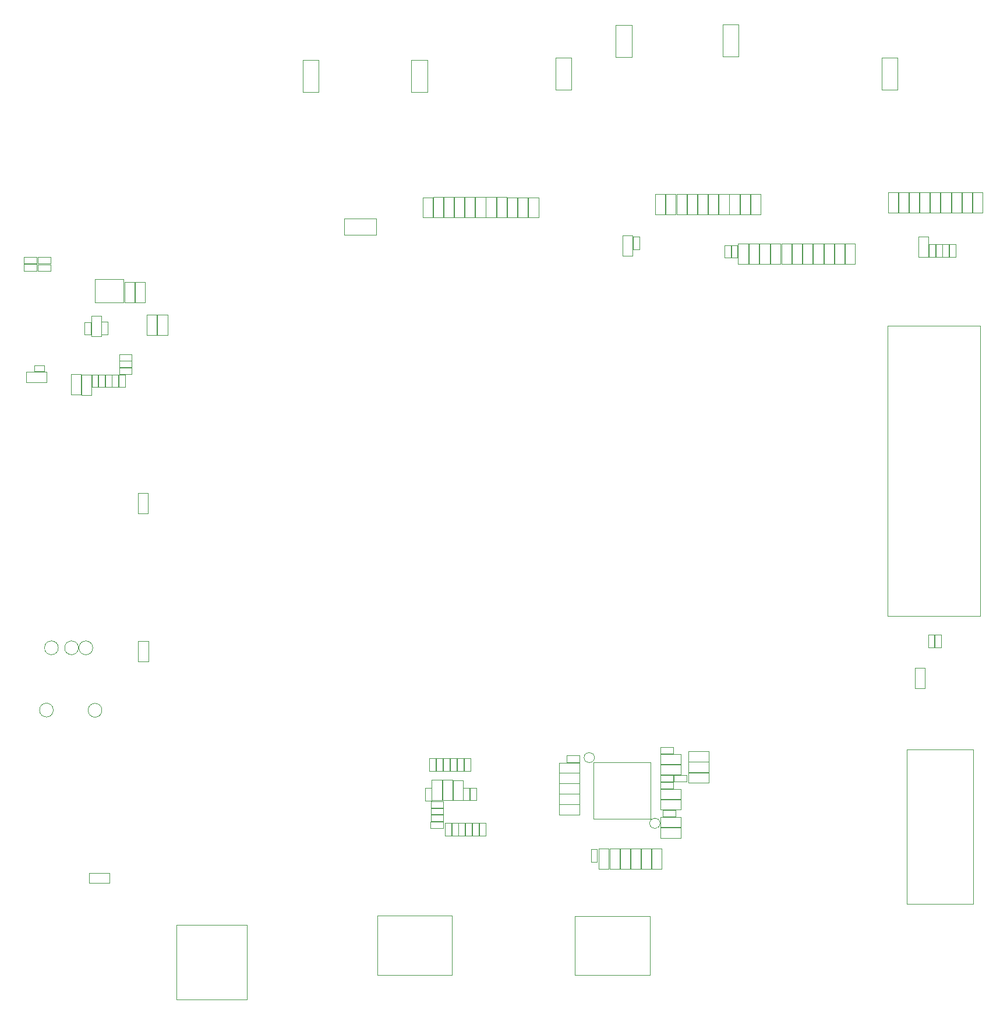
<source format=gbr>
G04 #@! TF.GenerationSoftware,KiCad,Pcbnew,8.0.0-rc1*
G04 #@! TF.CreationDate,2025-03-26T09:49:13+03:00*
G04 #@! TF.ProjectId,Movita_3566_HXV_Router_V4.1,4d6f7669-7461-45f3-9335-36365f485856,REV1*
G04 #@! TF.SameCoordinates,Original*
G04 #@! TF.FileFunction,Other,User*
%FSLAX46Y46*%
G04 Gerber Fmt 4.6, Leading zero omitted, Abs format (unit mm)*
G04 Created by KiCad (PCBNEW 8.0.0-rc1) date 2025-03-26 09:49:13*
%MOMM*%
%LPD*%
G01*
G04 APERTURE LIST*
%ADD10C,0.050000*%
%ADD11C,0.100000*%
G04 APERTURE END LIST*
D10*
X72580000Y-72570000D02*
X73500000Y-72570000D01*
X72580000Y-74390000D02*
X72580000Y-72570000D01*
X73500000Y-72570000D02*
X73500000Y-74390000D01*
X73500000Y-74390000D02*
X72580000Y-74390000D01*
X66280000Y-119920000D02*
G75*
G02*
X64280000Y-119920000I-1000000J0D01*
G01*
X64280000Y-119920000D02*
G75*
G02*
X66280000Y-119920000I1000000J0D01*
G01*
X140160000Y-135575000D02*
X142020000Y-135575000D01*
X140160000Y-136515000D02*
X140160000Y-135575000D01*
X142020000Y-135575000D02*
X142020000Y-136515000D01*
X142020000Y-136515000D02*
X140160000Y-136515000D01*
X70070000Y-72610000D02*
X70990000Y-72610000D01*
X70070000Y-74430000D02*
X70070000Y-72610000D01*
X70990000Y-72610000D02*
X70990000Y-74430000D01*
X70990000Y-74430000D02*
X70070000Y-74430000D01*
X79160000Y-71512500D02*
X80620000Y-71512500D01*
X79160000Y-74472500D02*
X79160000Y-71512500D01*
X80620000Y-71512500D02*
X80620000Y-74472500D01*
X80620000Y-74472500D02*
X79160000Y-74472500D01*
X124480000Y-145370000D02*
X125400000Y-145370000D01*
X124480000Y-147190000D02*
X124480000Y-145370000D01*
X125400000Y-145370000D02*
X125400000Y-147190000D01*
X125400000Y-147190000D02*
X124480000Y-147190000D01*
X122500000Y-145370000D02*
X123420000Y-145370000D01*
X122500000Y-147190000D02*
X122500000Y-145370000D01*
X123420000Y-145370000D02*
X123420000Y-147190000D01*
X123420000Y-147190000D02*
X122500000Y-147190000D01*
X153850000Y-139420000D02*
X155710000Y-139420000D01*
X153850000Y-140360000D02*
X153850000Y-139420000D01*
X155710000Y-139420000D02*
X155710000Y-140360000D01*
X155710000Y-140360000D02*
X153850000Y-140360000D01*
X80710000Y-71502500D02*
X82170000Y-71502500D01*
X80710000Y-74462500D02*
X80710000Y-71502500D01*
X82170000Y-71502500D02*
X82170000Y-74462500D01*
X82170000Y-74462500D02*
X80710000Y-74462500D01*
X186890000Y-53775000D02*
X188350000Y-53775000D01*
X186890000Y-56735000D02*
X186890000Y-53775000D01*
X188350000Y-53775000D02*
X188350000Y-56735000D01*
X188350000Y-56735000D02*
X186890000Y-56735000D01*
X144120000Y-136520000D02*
X144120000Y-144760000D01*
X144120000Y-144760000D02*
X152360000Y-144760000D01*
X152360000Y-136520000D02*
X144120000Y-136520000D01*
X152360000Y-144760000D02*
X152360000Y-136520000D01*
X63330000Y-64212500D02*
X65190000Y-64212500D01*
X63330000Y-65152500D02*
X63330000Y-64212500D01*
X65190000Y-64212500D02*
X65190000Y-65152500D01*
X65190000Y-65152500D02*
X63330000Y-65152500D01*
X196120000Y-53755000D02*
X197580000Y-53755000D01*
X196120000Y-56715000D02*
X196120000Y-53755000D01*
X197580000Y-53755000D02*
X197580000Y-56715000D01*
X197580000Y-56715000D02*
X196120000Y-56715000D01*
X71060000Y-71732500D02*
X72520000Y-71732500D01*
X71060000Y-74692500D02*
X71060000Y-71732500D01*
X72520000Y-71732500D02*
X72520000Y-74692500D01*
X72520000Y-74692500D02*
X71060000Y-74692500D01*
X157905000Y-134977500D02*
X160865000Y-134977500D01*
X157905000Y-136437500D02*
X157905000Y-134977500D01*
X160865000Y-134977500D02*
X160865000Y-136437500D01*
X160865000Y-136437500D02*
X157905000Y-136437500D01*
X122220000Y-135930000D02*
X123160000Y-135930000D01*
X122220000Y-137790000D02*
X122220000Y-135930000D01*
X123160000Y-135930000D02*
X123160000Y-137790000D01*
X123160000Y-137790000D02*
X122220000Y-137790000D01*
D11*
X147340000Y-29425000D02*
X149640000Y-29425000D01*
X147340000Y-34075000D02*
X147340000Y-29425000D01*
X149640000Y-29425000D02*
X149640000Y-34075000D01*
X149640000Y-34075000D02*
X147340000Y-34075000D01*
D10*
X123240000Y-135930000D02*
X124180000Y-135930000D01*
X123240000Y-137790000D02*
X123240000Y-135930000D01*
X124180000Y-135930000D02*
X124180000Y-137790000D01*
X124180000Y-137790000D02*
X123240000Y-137790000D01*
X149470000Y-149110000D02*
X150930000Y-149110000D01*
X149470000Y-152070000D02*
X149470000Y-149110000D01*
X150930000Y-149110000D02*
X150930000Y-152070000D01*
X150930000Y-152070000D02*
X149470000Y-152070000D01*
X126460000Y-145360000D02*
X127400000Y-145360000D01*
X126460000Y-147220000D02*
X126460000Y-145360000D01*
X127400000Y-145360000D02*
X127400000Y-147220000D01*
X127400000Y-147220000D02*
X126460000Y-147220000D01*
X157917500Y-138039998D02*
X160877500Y-138039998D01*
X157917500Y-139499998D02*
X157917500Y-138039998D01*
X160877500Y-138039998D02*
X160877500Y-139499998D01*
X160877500Y-139499998D02*
X157917500Y-139499998D01*
X163850000Y-53985000D02*
X165310000Y-53985000D01*
X163850000Y-56945000D02*
X163850000Y-53985000D01*
X165310000Y-53985000D02*
X165310000Y-56945000D01*
X165310000Y-56945000D02*
X163850000Y-56945000D01*
X77880000Y-97475000D02*
X79340000Y-97475000D01*
X77880000Y-100435000D02*
X77880000Y-97475000D01*
X79340000Y-97475000D02*
X79340000Y-100435000D01*
X79340000Y-100435000D02*
X77880000Y-100435000D01*
X61320000Y-63172500D02*
X63180000Y-63172500D01*
X61320000Y-64112500D02*
X61320000Y-63172500D01*
X63180000Y-63172500D02*
X63180000Y-64112500D01*
X63180000Y-64112500D02*
X61320000Y-64112500D01*
X128460000Y-54445000D02*
X129920000Y-54445000D01*
X128460000Y-57405000D02*
X128460000Y-54445000D01*
X129920000Y-54445000D02*
X129920000Y-57405000D01*
X129920000Y-57405000D02*
X128460000Y-57405000D01*
X61605000Y-79860000D02*
X64565000Y-79860000D01*
X61605000Y-81320000D02*
X61605000Y-79860000D01*
X64565000Y-79860000D02*
X64565000Y-81320000D01*
X64565000Y-81320000D02*
X61605000Y-81320000D01*
X192880000Y-61312500D02*
X193800000Y-61312500D01*
X192880000Y-63132500D02*
X192880000Y-61312500D01*
X193800000Y-61312500D02*
X193800000Y-63132500D01*
X193800000Y-63132500D02*
X192880000Y-63132500D01*
X169810000Y-61217500D02*
X171270000Y-61217500D01*
X169810000Y-64177500D02*
X169810000Y-61217500D01*
X171270000Y-61217500D02*
X171270000Y-64177500D01*
X171270000Y-64177500D02*
X169810000Y-64177500D01*
X75900000Y-66800000D02*
X77360000Y-66800000D01*
X75900000Y-69760000D02*
X75900000Y-66800000D01*
X77360000Y-66800000D02*
X77360000Y-69760000D01*
X77360000Y-69760000D02*
X75900000Y-69760000D01*
X191510000Y-53765000D02*
X192970000Y-53765000D01*
X191510000Y-56725000D02*
X191510000Y-53765000D01*
X192970000Y-53765000D02*
X192970000Y-56725000D01*
X192970000Y-56725000D02*
X191510000Y-56725000D01*
X120420000Y-145160000D02*
X122240000Y-145160000D01*
X120420000Y-146080000D02*
X120420000Y-145160000D01*
X122240000Y-145160000D02*
X122240000Y-146080000D01*
X122240000Y-146080000D02*
X120420000Y-146080000D01*
X75080000Y-80217500D02*
X76000000Y-80217500D01*
X75080000Y-82037500D02*
X75080000Y-80217500D01*
X76000000Y-80217500D02*
X76000000Y-82037500D01*
X76000000Y-82037500D02*
X75080000Y-82037500D01*
D11*
X143775000Y-149190000D02*
X144575000Y-149190000D01*
X143775000Y-150990000D02*
X143775000Y-149190000D01*
X144575000Y-149190000D02*
X144575000Y-150990000D01*
X144575000Y-150990000D02*
X143775000Y-150990000D01*
D10*
X193040000Y-53765000D02*
X194500000Y-53765000D01*
X193040000Y-56725000D02*
X193040000Y-53765000D01*
X194500000Y-53765000D02*
X194500000Y-56725000D01*
X194500000Y-56725000D02*
X193040000Y-56725000D01*
X77900000Y-118945000D02*
X79360000Y-118945000D01*
X77900000Y-121905000D02*
X77900000Y-118945000D01*
X79360000Y-118945000D02*
X79360000Y-121905000D01*
X79360000Y-121905000D02*
X77900000Y-121905000D01*
X126150000Y-140275000D02*
X127070000Y-140275000D01*
X126150000Y-142095000D02*
X126150000Y-140275000D01*
X127070000Y-140275000D02*
X127070000Y-142095000D01*
X127070000Y-142095000D02*
X126150000Y-142095000D01*
X147950000Y-149110000D02*
X149410000Y-149110000D01*
X147950000Y-152070000D02*
X147950000Y-149110000D01*
X149410000Y-149110000D02*
X149410000Y-152070000D01*
X149410000Y-152070000D02*
X147950000Y-152070000D01*
X120200000Y-135930000D02*
X121140000Y-135930000D01*
X120200000Y-137790000D02*
X120200000Y-135930000D01*
X121140000Y-135930000D02*
X121140000Y-137790000D01*
X121140000Y-137790000D02*
X120200000Y-137790000D01*
X125160000Y-140275000D02*
X126080000Y-140275000D01*
X125160000Y-142095000D02*
X125160000Y-140275000D01*
X126080000Y-140275000D02*
X126080000Y-142095000D01*
X126080000Y-142095000D02*
X125160000Y-142095000D01*
X120430000Y-144180000D02*
X122250000Y-144180000D01*
X120430000Y-145100000D02*
X120430000Y-144180000D01*
X122250000Y-144180000D02*
X122250000Y-145100000D01*
X122250000Y-145100000D02*
X120430000Y-145100000D01*
X65560000Y-128960000D02*
G75*
G02*
X63560000Y-128960000I-1000000J0D01*
G01*
X63560000Y-128960000D02*
G75*
G02*
X65560000Y-128960000I1000000J0D01*
G01*
X61320000Y-64202500D02*
X63180000Y-64202500D01*
X61320000Y-65142500D02*
X61320000Y-64202500D01*
X63180000Y-64202500D02*
X63180000Y-65142500D01*
X63180000Y-65142500D02*
X61320000Y-65142500D01*
X174480000Y-61190000D02*
X175940000Y-61190000D01*
X174480000Y-64150000D02*
X174480000Y-61190000D01*
X175940000Y-61190000D02*
X175940000Y-64150000D01*
X175940000Y-64150000D02*
X174480000Y-64150000D01*
X112650000Y-158830000D02*
X112650000Y-167430000D01*
X112650000Y-167430000D02*
X123550000Y-167430000D01*
X123550000Y-158830000D02*
X112650000Y-158830000D01*
X123550000Y-167430000D02*
X123550000Y-158830000D01*
X150990000Y-149120000D02*
X152450000Y-149120000D01*
X150990000Y-152080000D02*
X150990000Y-149120000D01*
X152450000Y-149120000D02*
X152450000Y-152080000D01*
X152450000Y-152080000D02*
X150990000Y-152080000D01*
X177590000Y-61190000D02*
X179050000Y-61190000D01*
X177590000Y-64150000D02*
X177590000Y-61190000D01*
X179050000Y-61190000D02*
X179050000Y-64150000D01*
X179050000Y-64150000D02*
X177590000Y-64150000D01*
X168240000Y-61230000D02*
X169700000Y-61230000D01*
X168240000Y-64190000D02*
X168240000Y-61230000D01*
X169700000Y-61230000D02*
X169700000Y-64190000D01*
X169700000Y-64190000D02*
X168240000Y-64190000D01*
X68100000Y-80192500D02*
X69560000Y-80192500D01*
X68100000Y-83152500D02*
X68100000Y-80192500D01*
X69560000Y-80192500D02*
X69560000Y-83152500D01*
X69560000Y-83152500D02*
X68100000Y-83152500D01*
X190790000Y-122850000D02*
X192250000Y-122850000D01*
X190790000Y-125810000D02*
X190790000Y-122850000D01*
X192250000Y-122850000D02*
X192250000Y-125810000D01*
X192250000Y-125810000D02*
X190790000Y-125810000D01*
X120430000Y-142220000D02*
X122250000Y-142220000D01*
X120430000Y-143140000D02*
X120430000Y-142220000D01*
X122250000Y-142220000D02*
X122250000Y-143140000D01*
X122250000Y-143140000D02*
X120430000Y-143140000D01*
D11*
X138580000Y-34185000D02*
X140880000Y-34185000D01*
X138580000Y-38835000D02*
X138580000Y-34185000D01*
X140880000Y-34185000D02*
X140880000Y-38835000D01*
X140880000Y-38835000D02*
X138580000Y-38835000D01*
D10*
X152510000Y-149120000D02*
X153970000Y-149120000D01*
X152510000Y-152080000D02*
X152510000Y-149120000D01*
X153970000Y-149120000D02*
X153970000Y-152080000D01*
X153970000Y-152080000D02*
X152510000Y-152080000D01*
X107880000Y-57590000D02*
X112480000Y-57590000D01*
X107880000Y-59890000D02*
X107880000Y-57590000D01*
X112480000Y-57590000D02*
X112480000Y-59890000D01*
X112480000Y-59890000D02*
X107880000Y-59890000D01*
X122330000Y-54445000D02*
X123790000Y-54445000D01*
X122330000Y-57405000D02*
X122330000Y-54445000D01*
X123790000Y-54445000D02*
X123790000Y-57405000D01*
X123790000Y-57405000D02*
X122330000Y-57405000D01*
X162310000Y-53975000D02*
X163770000Y-53975000D01*
X162310000Y-56935000D02*
X162310000Y-53975000D01*
X163770000Y-53975000D02*
X163770000Y-56935000D01*
X163770000Y-56935000D02*
X162310000Y-56935000D01*
X149870000Y-60210000D02*
X150790000Y-60210000D01*
X149870000Y-62030000D02*
X149870000Y-60210000D01*
X150790000Y-60210000D02*
X150790000Y-62030000D01*
X150790000Y-62030000D02*
X149870000Y-62030000D01*
X146420000Y-149110000D02*
X147880000Y-149110000D01*
X146420000Y-152070000D02*
X146420000Y-149110000D01*
X147880000Y-149110000D02*
X147880000Y-152070000D01*
X147880000Y-152070000D02*
X146420000Y-152070000D01*
X153840000Y-136890000D02*
X156800000Y-136890000D01*
X153840000Y-138350000D02*
X153840000Y-136890000D01*
X156800000Y-136890000D02*
X156800000Y-138350000D01*
X156800000Y-138350000D02*
X153840000Y-138350000D01*
X165120000Y-61200000D02*
X166580000Y-61200000D01*
X165120000Y-64160000D02*
X165120000Y-61200000D01*
X166580000Y-61200000D02*
X166580000Y-64160000D01*
X166580000Y-64160000D02*
X165120000Y-64160000D01*
X163120000Y-61450000D02*
X164040000Y-61450000D01*
X163120000Y-63270000D02*
X163120000Y-61450000D01*
X164040000Y-61450000D02*
X164040000Y-63270000D01*
X164040000Y-63270000D02*
X163120000Y-63270000D01*
X193860000Y-61312500D02*
X194780000Y-61312500D01*
X193860000Y-63132500D02*
X193860000Y-61312500D01*
X194780000Y-61312500D02*
X194780000Y-63132500D01*
X194780000Y-63132500D02*
X193860000Y-63132500D01*
X127470000Y-145360000D02*
X128410000Y-145360000D01*
X127470000Y-147220000D02*
X127470000Y-145360000D01*
X128410000Y-145360000D02*
X128410000Y-147220000D01*
X128410000Y-147220000D02*
X127470000Y-147220000D01*
X125460000Y-145360000D02*
X126400000Y-145360000D01*
X125460000Y-147220000D02*
X125460000Y-145360000D01*
X126400000Y-145360000D02*
X126400000Y-147220000D01*
X126400000Y-147220000D02*
X125460000Y-147220000D01*
D11*
X162890000Y-29405000D02*
X165190000Y-29405000D01*
X162890000Y-34055000D02*
X162890000Y-29405000D01*
X165190000Y-29405000D02*
X165190000Y-34055000D01*
X165190000Y-34055000D02*
X162890000Y-34055000D01*
D10*
X75130000Y-78247500D02*
X76950000Y-78247500D01*
X75130000Y-79167500D02*
X75130000Y-78247500D01*
X76950000Y-78247500D02*
X76950000Y-79167500D01*
X76950000Y-79167500D02*
X75130000Y-79167500D01*
X192730000Y-118040000D02*
X193650000Y-118040000D01*
X192730000Y-119860000D02*
X192730000Y-118040000D01*
X193650000Y-118040000D02*
X193650000Y-119860000D01*
X193650000Y-119860000D02*
X192730000Y-119860000D01*
X153840000Y-144510000D02*
X156800000Y-144510000D01*
X153840000Y-145970000D02*
X153840000Y-144510000D01*
X156800000Y-144510000D02*
X156800000Y-145970000D01*
X156800000Y-145970000D02*
X153840000Y-145970000D01*
X72130000Y-80217500D02*
X73050000Y-80217500D01*
X72130000Y-82037500D02*
X72130000Y-80217500D01*
X73050000Y-80217500D02*
X73050000Y-82037500D01*
X73050000Y-82037500D02*
X72130000Y-82037500D01*
X153855000Y-141960000D02*
X156815000Y-141960000D01*
X153855000Y-143420000D02*
X153855000Y-141960000D01*
X156815000Y-141960000D02*
X156815000Y-143420000D01*
X156815000Y-143420000D02*
X153855000Y-143420000D01*
X157912500Y-136499998D02*
X160872500Y-136499998D01*
X157912500Y-137959998D02*
X157912500Y-136499998D01*
X160872500Y-136499998D02*
X160872500Y-137959998D01*
X160872500Y-137959998D02*
X157912500Y-137959998D01*
X189665000Y-134710000D02*
X199265000Y-134710000D01*
X189665000Y-157110000D02*
X189665000Y-134710000D01*
X199265000Y-134710000D02*
X199265000Y-157110000D01*
X199265000Y-157110000D02*
X189665000Y-157110000D01*
X199210000Y-53785000D02*
X200670000Y-53785000D01*
X199210000Y-56745000D02*
X199210000Y-53785000D01*
X200670000Y-53785000D02*
X200670000Y-56745000D01*
X200670000Y-56745000D02*
X199210000Y-56745000D01*
X194580000Y-53755000D02*
X196040000Y-53755000D01*
X194580000Y-56715000D02*
X194580000Y-53755000D01*
X196040000Y-53755000D02*
X196040000Y-56715000D01*
X196040000Y-56715000D02*
X194580000Y-56715000D01*
X153760000Y-145410000D02*
G75*
G02*
X152260000Y-145410000I-750000J0D01*
G01*
X152260000Y-145410000D02*
G75*
G02*
X153760000Y-145410000I750000J0D01*
G01*
X166920000Y-53985000D02*
X168380000Y-53985000D01*
X166920000Y-56945000D02*
X166920000Y-53985000D01*
X168380000Y-53985000D02*
X168380000Y-56945000D01*
X168380000Y-56945000D02*
X166920000Y-56945000D01*
X154600000Y-53965000D02*
X156060000Y-53965000D01*
X154600000Y-56925000D02*
X154600000Y-53965000D01*
X156060000Y-53965000D02*
X156060000Y-56925000D01*
X156060000Y-56925000D02*
X154600000Y-56925000D01*
X165390000Y-53975000D02*
X166850000Y-53975000D01*
X165390000Y-56935000D02*
X165390000Y-53975000D01*
X166850000Y-53975000D02*
X166850000Y-56935000D01*
X166850000Y-56935000D02*
X165390000Y-56935000D01*
X155780000Y-138420000D02*
X157640000Y-138420000D01*
X155780000Y-139360000D02*
X155780000Y-138420000D01*
X157640000Y-138420000D02*
X157640000Y-139360000D01*
X157640000Y-139360000D02*
X155780000Y-139360000D01*
X160770000Y-53975000D02*
X162230000Y-53975000D01*
X160770000Y-56935000D02*
X160770000Y-53975000D01*
X162230000Y-53975000D02*
X162230000Y-56935000D01*
X162230000Y-56935000D02*
X160770000Y-56935000D01*
X139070000Y-142670000D02*
X142030000Y-142670000D01*
X139070000Y-144130000D02*
X139070000Y-142670000D01*
X142030000Y-142670000D02*
X142030000Y-144130000D01*
X142030000Y-144130000D02*
X139070000Y-144130000D01*
X120780000Y-54445000D02*
X122240000Y-54445000D01*
X120780000Y-57405000D02*
X120780000Y-54445000D01*
X122240000Y-54445000D02*
X122240000Y-57405000D01*
X122240000Y-57405000D02*
X120780000Y-57405000D01*
X188430000Y-53760000D02*
X189890000Y-53760000D01*
X188430000Y-56720000D02*
X188430000Y-53760000D01*
X189890000Y-53760000D02*
X189890000Y-56720000D01*
X189890000Y-56720000D02*
X188430000Y-56720000D01*
X121210000Y-135930000D02*
X122150000Y-135930000D01*
X121210000Y-137790000D02*
X121210000Y-135930000D01*
X122150000Y-135930000D02*
X122150000Y-137790000D01*
X122150000Y-137790000D02*
X121210000Y-137790000D01*
X126930000Y-54435000D02*
X128390000Y-54435000D01*
X126930000Y-57395000D02*
X126930000Y-54435000D01*
X128390000Y-54435000D02*
X128390000Y-57395000D01*
X128390000Y-57395000D02*
X126930000Y-57395000D01*
X134630000Y-54470000D02*
X136090000Y-54470000D01*
X134630000Y-57430000D02*
X134630000Y-54470000D01*
X136090000Y-54470000D02*
X136090000Y-57430000D01*
X136090000Y-57430000D02*
X134630000Y-57430000D01*
X75130000Y-79227500D02*
X76950000Y-79227500D01*
X75130000Y-80147500D02*
X75130000Y-79227500D01*
X76950000Y-79227500D02*
X76950000Y-80147500D01*
X76950000Y-80147500D02*
X75130000Y-80147500D01*
X125390000Y-54435000D02*
X126850000Y-54435000D01*
X125390000Y-57395000D02*
X125390000Y-54435000D01*
X126850000Y-54435000D02*
X126850000Y-57395000D01*
X126850000Y-57395000D02*
X125390000Y-57395000D01*
X62793489Y-79700000D02*
X64223489Y-79700000D01*
X64223489Y-78890000D01*
X62793489Y-78890000D01*
X62793489Y-79700000D01*
X148300000Y-59995000D02*
X149760000Y-59995000D01*
X148300000Y-62955000D02*
X148300000Y-59995000D01*
X149760000Y-59995000D02*
X149760000Y-62955000D01*
X149760000Y-62955000D02*
X148300000Y-62955000D01*
X179140000Y-61200000D02*
X180600000Y-61200000D01*
X179140000Y-64160000D02*
X179140000Y-61200000D01*
X180600000Y-61200000D02*
X180600000Y-64160000D01*
X180600000Y-64160000D02*
X179140000Y-64160000D01*
X71290000Y-119920000D02*
G75*
G02*
X69290000Y-119920000I-1000000J0D01*
G01*
X69290000Y-119920000D02*
G75*
G02*
X71290000Y-119920000I1000000J0D01*
G01*
X75130000Y-77267500D02*
X76950000Y-77267500D01*
X75130000Y-78187500D02*
X75130000Y-77267500D01*
X76950000Y-77267500D02*
X76950000Y-78187500D01*
X76950000Y-78187500D02*
X75130000Y-78187500D01*
X172940000Y-61200000D02*
X174400000Y-61200000D01*
X172940000Y-64160000D02*
X172940000Y-61200000D01*
X174400000Y-61200000D02*
X174400000Y-64160000D01*
X174400000Y-64160000D02*
X172940000Y-64160000D01*
X191320000Y-60187500D02*
X192780000Y-60187500D01*
X191320000Y-63147500D02*
X191320000Y-60187500D01*
X192780000Y-60187500D02*
X192780000Y-63147500D01*
X192780000Y-63147500D02*
X191320000Y-63147500D01*
X123860000Y-54410000D02*
X125320000Y-54410000D01*
X123860000Y-57370000D02*
X123860000Y-54410000D01*
X125320000Y-54410000D02*
X125320000Y-57370000D01*
X125320000Y-57370000D02*
X123860000Y-57370000D01*
X153845000Y-134370000D02*
X155705000Y-134370000D01*
X153845000Y-135310000D02*
X153845000Y-134370000D01*
X155705000Y-134370000D02*
X155705000Y-135310000D01*
X155705000Y-135310000D02*
X153845000Y-135310000D01*
X125250000Y-135930000D02*
X126190000Y-135930000D01*
X125250000Y-137790000D02*
X125250000Y-135930000D01*
X126190000Y-135930000D02*
X126190000Y-137790000D01*
X126190000Y-137790000D02*
X125250000Y-137790000D01*
X133080000Y-54470000D02*
X134540000Y-54470000D01*
X133080000Y-57430000D02*
X133080000Y-54470000D01*
X134540000Y-54470000D02*
X134540000Y-57430000D01*
X134540000Y-57430000D02*
X133080000Y-57430000D01*
X123480000Y-145370000D02*
X124400000Y-145370000D01*
X123480000Y-147190000D02*
X123480000Y-145370000D01*
X124400000Y-145370000D02*
X124400000Y-147190000D01*
X124400000Y-147190000D02*
X123480000Y-147190000D01*
X74100000Y-80217500D02*
X75020000Y-80217500D01*
X74100000Y-82037500D02*
X74100000Y-80217500D01*
X75020000Y-80217500D02*
X75020000Y-82037500D01*
X75020000Y-82037500D02*
X74100000Y-82037500D01*
X153860000Y-146060000D02*
X156820000Y-146060000D01*
X153860000Y-147520000D02*
X153860000Y-146060000D01*
X156820000Y-146060000D02*
X156820000Y-147520000D01*
X156820000Y-147520000D02*
X153860000Y-147520000D01*
X129990000Y-54450000D02*
X131450000Y-54450000D01*
X129990000Y-57410000D02*
X129990000Y-54450000D01*
X131450000Y-54450000D02*
X131450000Y-57410000D01*
X131450000Y-57410000D02*
X129990000Y-57410000D01*
X70770000Y-152640000D02*
X73730000Y-152640000D01*
X70770000Y-154100000D02*
X70770000Y-152640000D01*
X73730000Y-152640000D02*
X73730000Y-154100000D01*
X73730000Y-154100000D02*
X70770000Y-154100000D01*
X166660000Y-61220000D02*
X168120000Y-61220000D01*
X166660000Y-64180000D02*
X166660000Y-61220000D01*
X168120000Y-61220000D02*
X168120000Y-64180000D01*
X168120000Y-64180000D02*
X166660000Y-64180000D01*
X164110000Y-61450000D02*
X165030000Y-61450000D01*
X164110000Y-63270000D02*
X164110000Y-61450000D01*
X165030000Y-61450000D02*
X165030000Y-63270000D01*
X165030000Y-63270000D02*
X164110000Y-63270000D01*
X186872500Y-115325000D02*
X186872500Y-73110000D01*
X200272500Y-73110000D02*
X186872500Y-73110000D01*
X200272500Y-115325000D02*
X186872500Y-115325000D01*
X200272500Y-115325000D02*
X200272500Y-73110000D01*
D11*
X101825000Y-34555000D02*
X104125000Y-34555000D01*
X101825000Y-39205000D02*
X101825000Y-34555000D01*
X104125000Y-34555000D02*
X104125000Y-39205000D01*
X104125000Y-39205000D02*
X101825000Y-39205000D01*
D10*
X69210000Y-119920000D02*
G75*
G02*
X67210000Y-119920000I-1000000J0D01*
G01*
X67210000Y-119920000D02*
G75*
G02*
X69210000Y-119920000I1000000J0D01*
G01*
X123640000Y-139135000D02*
X125100000Y-139135000D01*
X123640000Y-142095000D02*
X123640000Y-139135000D01*
X125100000Y-139135000D02*
X125100000Y-142095000D01*
X125100000Y-142095000D02*
X123640000Y-142095000D01*
X120430000Y-143205000D02*
X122250000Y-143205000D01*
X120430000Y-144125000D02*
X120430000Y-143205000D01*
X122250000Y-143205000D02*
X122250000Y-144125000D01*
X122250000Y-144125000D02*
X120430000Y-144125000D01*
X153840000Y-138410000D02*
X155700000Y-138410000D01*
X153840000Y-139350000D02*
X153840000Y-138410000D01*
X155700000Y-138410000D02*
X155700000Y-139350000D01*
X155700000Y-139350000D02*
X153840000Y-139350000D01*
D11*
X186010000Y-34190000D02*
X188310000Y-34190000D01*
X186010000Y-38840000D02*
X186010000Y-34190000D01*
X188310000Y-34190000D02*
X188310000Y-38840000D01*
X188310000Y-38840000D02*
X186010000Y-38840000D01*
D10*
X119250000Y-54470000D02*
X120710000Y-54470000D01*
X119250000Y-57430000D02*
X119250000Y-54470000D01*
X120710000Y-54470000D02*
X120710000Y-57430000D01*
X120710000Y-57430000D02*
X119250000Y-57430000D01*
X139060000Y-141150000D02*
X142020000Y-141150000D01*
X139060000Y-142610000D02*
X139060000Y-141150000D01*
X142020000Y-141150000D02*
X142020000Y-142610000D01*
X142020000Y-142610000D02*
X139060000Y-142610000D01*
X72620000Y-128990000D02*
G75*
G02*
X70620000Y-128990000I-1000000J0D01*
G01*
X70620000Y-128990000D02*
G75*
G02*
X72620000Y-128990000I1000000J0D01*
G01*
X153850000Y-135370000D02*
X156810000Y-135370000D01*
X153850000Y-136830000D02*
X153850000Y-135370000D01*
X156810000Y-135370000D02*
X156810000Y-136830000D01*
X156810000Y-136830000D02*
X153850000Y-136830000D01*
X171390000Y-61205000D02*
X172850000Y-61205000D01*
X171390000Y-64165000D02*
X171390000Y-61205000D01*
X172850000Y-61205000D02*
X172850000Y-64165000D01*
X172850000Y-64165000D02*
X171390000Y-64165000D01*
X144805000Y-149125000D02*
X146265000Y-149125000D01*
X144805000Y-152085000D02*
X144805000Y-149125000D01*
X146265000Y-149125000D02*
X146265000Y-152085000D01*
X146265000Y-152085000D02*
X144805000Y-152085000D01*
X193710000Y-118040000D02*
X194630000Y-118040000D01*
X193710000Y-119860000D02*
X193710000Y-118040000D01*
X194630000Y-118040000D02*
X194630000Y-119860000D01*
X194630000Y-119860000D02*
X193710000Y-119860000D01*
X141380000Y-158870000D02*
X141380000Y-167470000D01*
X141380000Y-167470000D02*
X152280000Y-167470000D01*
X152280000Y-158870000D02*
X141380000Y-158870000D01*
X152280000Y-167470000D02*
X152280000Y-158870000D01*
X124240000Y-135930000D02*
X125180000Y-135930000D01*
X124240000Y-137790000D02*
X124240000Y-135930000D01*
X125180000Y-135930000D02*
X125180000Y-137790000D01*
X125180000Y-137790000D02*
X124240000Y-137790000D01*
X156150000Y-53965000D02*
X157610000Y-53965000D01*
X156150000Y-56925000D02*
X156150000Y-53965000D01*
X157610000Y-53965000D02*
X157610000Y-56925000D01*
X157610000Y-56925000D02*
X156150000Y-56925000D01*
D11*
X117620000Y-34545000D02*
X119920000Y-34545000D01*
X117620000Y-39195000D02*
X117620000Y-34545000D01*
X119920000Y-34545000D02*
X119920000Y-39195000D01*
X119920000Y-39195000D02*
X117620000Y-39195000D01*
D10*
X63330000Y-63172500D02*
X65190000Y-63172500D01*
X63330000Y-64112500D02*
X63330000Y-63172500D01*
X65190000Y-63172500D02*
X65190000Y-64112500D01*
X65190000Y-64112500D02*
X63330000Y-64112500D01*
X153845000Y-140420000D02*
X156805000Y-140420000D01*
X153845000Y-141880000D02*
X153845000Y-140420000D01*
X156805000Y-140420000D02*
X156805000Y-141880000D01*
X156805000Y-141880000D02*
X153845000Y-141880000D01*
X159230000Y-53965000D02*
X160690000Y-53965000D01*
X159230000Y-56925000D02*
X159230000Y-53965000D01*
X160690000Y-53965000D02*
X160690000Y-56925000D01*
X160690000Y-56925000D02*
X159230000Y-56925000D01*
X154130000Y-143490000D02*
X155990000Y-143490000D01*
X154130000Y-144430000D02*
X154130000Y-143490000D01*
X155990000Y-143490000D02*
X155990000Y-144430000D01*
X155990000Y-144430000D02*
X154130000Y-144430000D01*
X194840000Y-61312500D02*
X195760000Y-61312500D01*
X194840000Y-63132500D02*
X194840000Y-61312500D01*
X195760000Y-61312500D02*
X195760000Y-63132500D01*
X195760000Y-63132500D02*
X194840000Y-63132500D01*
X73120000Y-80217500D02*
X74040000Y-80217500D01*
X73120000Y-82037500D02*
X73120000Y-80217500D01*
X74040000Y-80217500D02*
X74040000Y-82037500D01*
X74040000Y-82037500D02*
X73120000Y-82037500D01*
X197660000Y-53775000D02*
X199120000Y-53775000D01*
X197660000Y-56735000D02*
X197660000Y-53775000D01*
X199120000Y-53775000D02*
X199120000Y-56735000D01*
X199120000Y-56735000D02*
X197660000Y-56735000D01*
X189970000Y-53770000D02*
X191430000Y-53770000D01*
X189970000Y-56730000D02*
X189970000Y-53770000D01*
X191430000Y-53770000D02*
X191430000Y-56730000D01*
X191430000Y-56730000D02*
X189970000Y-56730000D01*
X157690000Y-53965000D02*
X159150000Y-53965000D01*
X157690000Y-56925000D02*
X157690000Y-53965000D01*
X159150000Y-53965000D02*
X159150000Y-56925000D01*
X159150000Y-56925000D02*
X157690000Y-56925000D01*
X83470000Y-160200000D02*
X83470000Y-171000000D01*
X83470000Y-171000000D02*
X93700000Y-171000000D01*
X93700000Y-160200000D02*
X83470000Y-160200000D01*
X93700000Y-171000000D02*
X93700000Y-160200000D01*
X176030000Y-61190000D02*
X177490000Y-61190000D01*
X176030000Y-64150000D02*
X176030000Y-61190000D01*
X177490000Y-61190000D02*
X177490000Y-64150000D01*
X177490000Y-64150000D02*
X176030000Y-64150000D01*
X122120000Y-139130000D02*
X123580000Y-139130000D01*
X122120000Y-142090000D02*
X122120000Y-139130000D01*
X123580000Y-139130000D02*
X123580000Y-142090000D01*
X123580000Y-142090000D02*
X122120000Y-142090000D01*
X180670000Y-61210000D02*
X182130000Y-61210000D01*
X180670000Y-64170000D02*
X180670000Y-61210000D01*
X182130000Y-61210000D02*
X182130000Y-64170000D01*
X182130000Y-64170000D02*
X180670000Y-64170000D01*
X69630000Y-80217500D02*
X71090000Y-80217500D01*
X69630000Y-83177500D02*
X69630000Y-80217500D01*
X71090000Y-80217500D02*
X71090000Y-83177500D01*
X71090000Y-83177500D02*
X69630000Y-83177500D01*
X139070000Y-136595000D02*
X142030000Y-136595000D01*
X139070000Y-138055000D02*
X139070000Y-136595000D01*
X142030000Y-136595000D02*
X142030000Y-138055000D01*
X142030000Y-138055000D02*
X139070000Y-138055000D01*
X119590000Y-140295000D02*
X120510000Y-140295000D01*
X119590000Y-142115000D02*
X119590000Y-140295000D01*
X120510000Y-140295000D02*
X120510000Y-142115000D01*
X120510000Y-142115000D02*
X119590000Y-142115000D01*
X139057500Y-138110000D02*
X142017500Y-138110000D01*
X139057500Y-139570000D02*
X139057500Y-138110000D01*
X142017500Y-138110000D02*
X142017500Y-139570000D01*
X142017500Y-139570000D02*
X139057500Y-139570000D01*
X153060000Y-53985000D02*
X154520000Y-53985000D01*
X153060000Y-56945000D02*
X153060000Y-53985000D01*
X154520000Y-53985000D02*
X154520000Y-56945000D01*
X154520000Y-56945000D02*
X153060000Y-56945000D01*
X131530000Y-54470000D02*
X132990000Y-54470000D01*
X131530000Y-57430000D02*
X131530000Y-54470000D01*
X132990000Y-54470000D02*
X132990000Y-57430000D01*
X132990000Y-57430000D02*
X131530000Y-57430000D01*
X120580000Y-139125000D02*
X122040000Y-139125000D01*
X120580000Y-142085000D02*
X120580000Y-139125000D01*
X122040000Y-139125000D02*
X122040000Y-142085000D01*
X122040000Y-142085000D02*
X120580000Y-142085000D01*
X139060000Y-139635000D02*
X142020000Y-139635000D01*
X139060000Y-141095000D02*
X139060000Y-139635000D01*
X142020000Y-139635000D02*
X142020000Y-141095000D01*
X142020000Y-141095000D02*
X139060000Y-141095000D01*
X71590000Y-66390000D02*
X71590000Y-69790000D01*
X71590000Y-69790000D02*
X75790000Y-69790000D01*
X75790000Y-66390000D02*
X71590000Y-66390000D01*
X75790000Y-69790000D02*
X75790000Y-66390000D01*
X71150000Y-80217500D02*
X72070000Y-80217500D01*
X71150000Y-82037500D02*
X71150000Y-80217500D01*
X72070000Y-80217500D02*
X72070000Y-82037500D01*
X72070000Y-82037500D02*
X71150000Y-82037500D01*
X195820000Y-61312500D02*
X196740000Y-61312500D01*
X195820000Y-63132500D02*
X195820000Y-61312500D01*
X196740000Y-61312500D02*
X196740000Y-63132500D01*
X196740000Y-63132500D02*
X195820000Y-63132500D01*
X77470000Y-66770000D02*
X78930000Y-66770000D01*
X77470000Y-69730000D02*
X77470000Y-66770000D01*
X78930000Y-66770000D02*
X78930000Y-69730000D01*
X78930000Y-69730000D02*
X77470000Y-69730000D01*
X144220000Y-135870000D02*
G75*
G02*
X142720000Y-135870000I-750000J0D01*
G01*
X142720000Y-135870000D02*
G75*
G02*
X144220000Y-135870000I750000J0D01*
G01*
M02*

</source>
